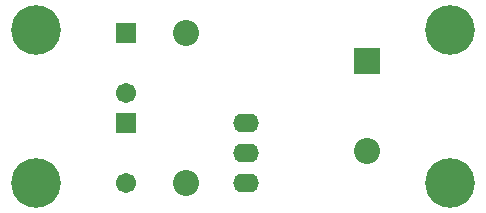
<source format=gts>
G04*
G04 #@! TF.GenerationSoftware,Altium Limited,CircuitStudio,1.5.2 (30)*
G04*
G04 Layer_Color=20142*
%FSLAX25Y25*%
%MOIN*%
G70*
G01*
G75*
%ADD23O,0.08674X0.06312*%
%ADD24O,0.08674X0.06312*%
%ADD25R,0.06706X0.06706*%
%ADD26C,0.06706*%
%ADD27C,0.08674*%
%ADD28R,0.08674X0.08674*%
%ADD29C,0.16548*%
D23*
X79685Y30000D02*
D03*
Y20000D02*
D03*
D24*
Y10000D02*
D03*
D25*
X39685Y60000D02*
D03*
Y30000D02*
D03*
D26*
Y40000D02*
D03*
Y10000D02*
D03*
D27*
X59685D02*
D03*
Y60000D02*
D03*
X120079Y20472D02*
D03*
D28*
Y50394D02*
D03*
D29*
X9843Y61024D02*
D03*
Y9843D02*
D03*
X147638D02*
D03*
Y61024D02*
D03*
M02*

</source>
